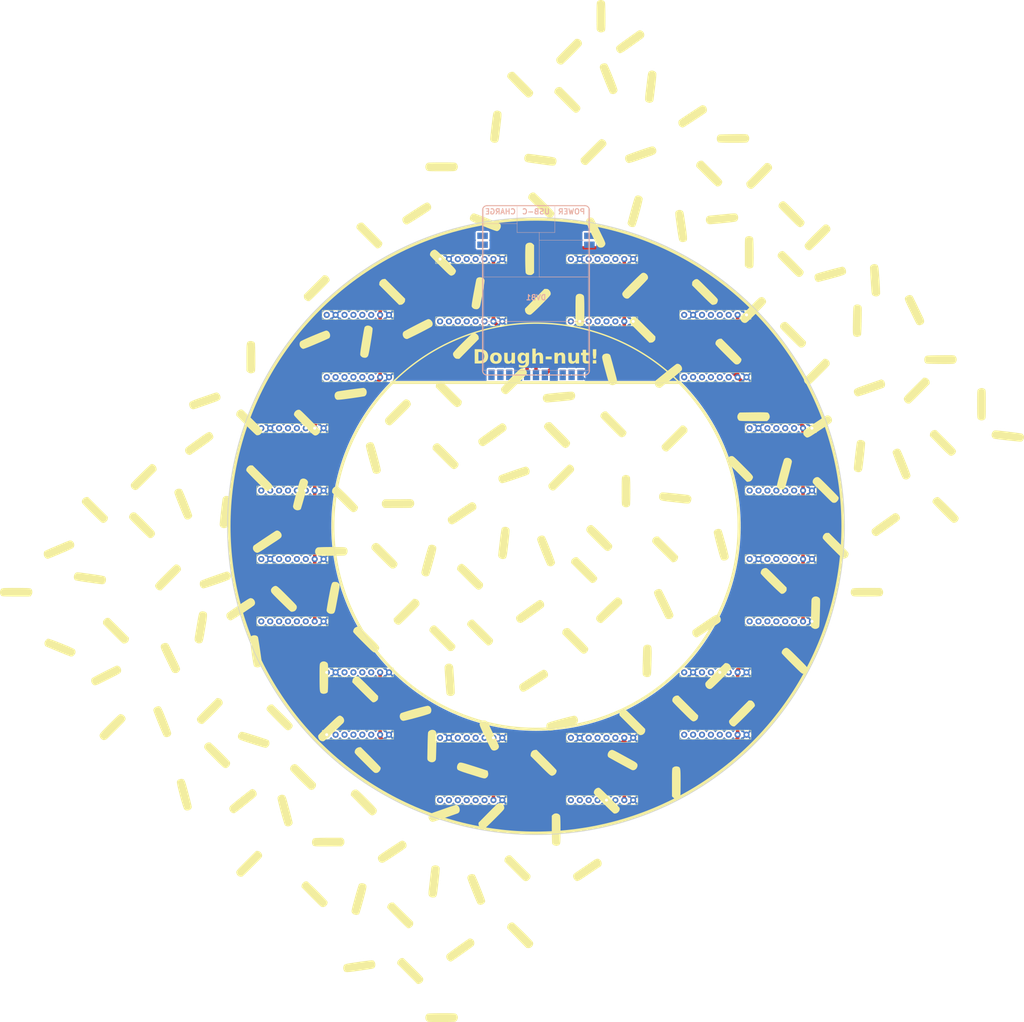
<source format=kicad_pcb>
(kicad_pcb (version 20241229) (generator "pcbnew") (generator_version "9.0")
  (layers (0 "F.Cu" signal) (4 "In1.Cu" signal) (6 "In2.Cu" signal) (2 "B.Cu" signal) (13 "F.Paste" user) (15 "B.Paste" user) (5 "F.SilkS" user "F.Silkscreen") (7 "B.SilkS" user "B.Silkscreen") (1 "F.Mask" user) (3 "B.Mask" user) (25 "Edge.Cuts" user))
  (net 0 "")
  (net 1 "CLK")
  (net 2 "+3V3-1")
  (net 3 "+3V3-2")
  (net 4 "VBUS")
  (net 6 "GND")
  (net 9 "+3V3-3")
  (footprint "MiniBadge:MiniBadge_Slot_Basic" (layer "F.Cu") (at 29.575408 80.01)
    (property "Reference" "MB10" (hide yes))
    (property "Value" "MiniBadge_Simple")
    (pad "1" thru_hole circle (at 1.27 1.27) (size 1.75 1.75) (drill 0.85) (layers "*.Cu" "*.Mask") (net 4 "VBUS"))
    (pad "2" thru_hole circle (at 3.81 1.27) (size 1.75 1.75) (drill 0.85) (layers "*.Cu" "*.Mask") (net 6 "GND"))
    (pad "3" thru_hole circle (at 6.35 1.27) (size 1.75 1.75) (drill 0.85) (layers "*.Cu" "*.Mask"))
    (pad "4" thru_hole circle (at 8.89 1.27) (size 1.75 1.75) (drill 0.85) (layers "*.Cu" "*.Mask"))
    (pad "5" thru_hole circle (at 11.43 1.27) (size 1.75 1.75) (drill 0.85) (layers "*.Cu" "*.Mask"))
    (pad "6" thru_hole circle (at 13.97 1.27) (size 1.75 1.75) (drill 0.85) (layers "*.Cu" "*.Mask"))
    (pad "7" thru_hole circle (at 16.51 1.27) (size 1.75 1.75) (drill 0.85) (layers "*.Cu" "*.Mask") (net 9 "+3V3-3"))
    (pad "8" thru_hole circle (at 19.05 1.27) (size 1.75 1.75) (drill 0.85) (layers "*.Cu" "*.Mask") (net 6 "GND"))
    (pad "9" thru_hole circle (at 1.27 19.05) (size 1.75 1.75) (drill 0.85) (layers "*.Cu" "*.Mask") (net 1 "CLK"))
    (pad "10" thru_hole circle (at 3.81 19.05) (size 1.75 1.75) (drill 0.85) (layers "*.Cu" "*.Mask"))
    (pad "11" thru_hole circle (at 6.35 19.05) (size 1.75 1.75) (drill 0.85) (layers "*.Cu" "*.Mask"))
    (pad "12" thru_hole circle (at 8.89 19.05) (size 1.75 1.75) (drill 0.85) (layers "*.Cu" "*.Mask"))
    (pad "13" thru_hole circle (at 11.43 19.05) (size 1.75 1.75) (drill 0.85) (layers "*.Cu" "*.Mask"))
    (pad "14" thru_hole circle (at 13.97 19.05) (size 1.75 1.75) (drill 0.85) (layers "*.Cu" "*.Mask"))
    (pad "15" thru_hole circle (at 16.51 19.05) (size 1.75 1.75) (drill 0.85) (layers "*.Cu" "*.Mask") (net 9 "+3V3-3"))
    (pad "16" thru_hole circle (at 19.05 19.05) (size 1.75 1.75) (drill 0.85) (layers "*.Cu" "*.Mask") (net 6 "GND"))
  )
  (footprint "MiniBadge:MiniBadge_Slot_Basic" (layer "F.Cu") (at 48.242704 149.677296)
    (property "Reference" "MB8" (hide yes))
    (property "Value" "MiniBadge_Simple")
    (pad "1" thru_hole circle (at 1.27 1.27) (size 1.75 1.75) (drill 0.85) (layers "*.Cu" "*.Mask") (net 4 "VBUS"))
    (pad "2" thru_hole circle (at 3.81 1.27) (size 1.75 1.75) (drill 0.85) (layers "*.Cu" "*.Mask") (net 6 "GND"))
    (pad "3" thru_hole circle (at 6.35 1.27) (size 1.75 1.75) (drill 0.85) (layers "*.Cu" "*.Mask"))
    (pad "4" thru_hole circle (at 8.89 1.27) (size 1.75 1.75) (drill 0.85) (layers "*.Cu" "*.Mask"))
    (pad "5" thru_hole circle (at 11.43 1.27) (size 1.75 1.75) (drill 0.85) (layers "*.Cu" "*.Mask"))
    (pad "6" thru_hole circle (at 13.97 1.27) (size 1.75 1.75) (drill 0.85) (layers "*.Cu" "*.Mask"))
    (pad "7" thru_hole circle (at 16.51 1.27) (size 1.75 1.75) (drill 0.85) (layers "*.Cu" "*.Mask") (net 3 "+3V3-2"))
    (pad "8" thru_hole circle (at 19.05 1.27) (size 1.75 1.75) (drill 0.85) (layers "*.Cu" "*.Mask") (net 6 "GND"))
    (pad "9" thru_hole circle (at 1.27 19.05) (size 1.75 1.75) (drill 0.85) (layers "*.Cu" "*.Mask") (net 1 "CLK"))
    (pad "10" thru_hole circle (at 3.81 19.05) (size 1.75 1.75) (drill 0.85) (layers "*.Cu" "*.Mask"))
    (pad "11" thru_hole circle (at 6.35 19.05) (size 1.75 1.75) (drill 0.85) (layers "*.Cu" "*.Mask"))
    (pad "12" thru_hole circle (at 8.89 19.05) (size 1.75 1.75) (drill 0.85) (layers "*.Cu" "*.Mask"))
    (pad "13" thru_hole circle (at 11.43 19.05) (size 1.75 1.75) (drill 0.85) (layers "*.Cu" "*.Mask"))
    (pad "14" thru_hole circle (at 13.97 19.05) (size 1.75 1.75) (drill 0.85) (layers "*.Cu" "*.Mask"))
    (pad "15" thru_hole circle (at 16.51 19.05) (size 1.75 1.75) (drill 0.85) (layers "*.Cu" "*.Mask") (net 3 "+3V3-2"))
    (pad "16" thru_hole circle (at 19.05 19.05) (size 1.75 1.75) (drill 0.85) (layers "*.Cu" "*.Mask") (net 6 "GND"))
  )
  (footprint "MiniBadge:MiniBadge_Slot_Basic" (layer "F.Cu") (at 29.575408 117.344592)
    (property "Reference" "MB9" (hide yes))
    (property "Value" "MiniBadge_Simple")
    (pad "1" thru_hole circle (at 1.27 1.27) (size 1.75 1.75) (drill 0.85) (layers "*.Cu" "*.Mask") (net 4 "VBUS"))
    (pad "2" thru_hole circle (at 3.81 1.27) (size 1.75 1.75) (drill 0.85) (layers "*.Cu" "*.Mask") (net 6 "GND"))
    (pad "3" thru_hole circle (at 6.35 1.27) (size 1.75 1.75) (drill 0.85) (layers "*.Cu" "*.Mask"))
    (pad "4" thru_hole circle (at 8.89 1.27) (size 1.75 1.75) (drill 0.85) (layers "*.Cu" "*.Mask"))
    (pad "5" thru_hole circle (at 11.43 1.27) (size 1.75 1.75) (drill 0.85) (layers "*.Cu" "*.Mask"))
    (pad "6" thru_hole circle (at 13.97 1.27) (size 1.75 1.75) (drill 0.85) (layers "*.Cu" "*.Mask"))
    (pad "7" thru_hole circle (at 16.51 1.27) (size 1.75 1.75) (drill 0.85) (layers "*.Cu" "*.Mask") (net 9 "+3V3-3"))
    (pad "8" thru_hole circle (at 19.05 1.27) (size 1.75 1.75) (drill 0.85) (layers "*.Cu" "*.Mask") (net 6 "GND"))
    (pad "9" thru_hole circle (at 1.27 19.05) (size 1.75 1.75) (drill 0.85) (layers "*.Cu" "*.Mask") (net 1 "CLK"))
    (pad "10" thru_hole circle (at 3.81 19.05) (size 1.75 1.75) (drill 0.85) (layers "*.Cu" "*.Mask"))
    (pad "11" thru_hole circle (at 6.35 19.05) (size 1.75 1.75) (drill 0.85) (layers "*.Cu" "*.Mask"))
    (pad "12" thru_hole circle (at 8.89 19.05) (size 1.75 1.75) (drill 0.85) (layers "*.Cu" "*.Mask"))
    (pad "13" thru_hole circle (at 11.43 19.05) (size 1.75 1.75) (drill 0.85) (layers "*.Cu" "*.Mask"))
    (pad "14" thru_hole circle (at 13.97 19.05) (size 1.75 1.75) (drill 0.85) (layers "*.Cu" "*.Mask"))
    (pad "15" thru_hole circle (at 16.51 19.05) (size 1.75 1.75) (drill 0.85) (layers "*.Cu" "*.Mask") (net 9 "+3V3-3"))
    (pad "16" thru_hole circle (at 19.05 19.05) (size 1.75 1.75) (drill 0.85) (layers "*.Cu" "*.Mask") (net 6 "GND"))
  )
  (footprint "MiniBadge:MiniBadge_Slot_Basic" (layer "F.Cu") (at 150.242704 149.677296)
    (property "Reference" "MB5" (hide yes))
    (property "Value" "MiniBadge_Simple")
    (pad "1" thru_hole circle (at 1.27 1.27) (size 1.75 1.75) (drill 0.85) (layers "*.Cu" "*.Mask") (net 4 "VBUS"))
    (pad "2" thru_hole circle (at 3.81 1.27) (size 1.75 1.75) (drill 0.85) (layers "*.Cu" "*.Mask") (net 6 "GND"))
    (pad "3" thru_hole circle (at 6.35 1.27) (size 1.75 1.75) (drill 0.85) (layers "*.Cu" "*.Mask"))
    (pad "4" thru_hole circle (at 8.89 1.27) (size 1.75 1.75) (drill 0.85) (layers "*.Cu" "*.Mask"))
    (pad "5" thru_hole circle (at 11.43 1.27) (size 1.75 1.75) (drill 0.85) (layers "*.Cu" "*.Mask"))
    (pad "6" thru_hole circle (at 13.97 1.27) (size 1.75 1.75) (drill 0.85) (layers "*.Cu" "*.Mask"))
    (pad "7" thru_hole circle (at 16.51 1.27) (size 1.75 1.75) (drill 0.85) (layers "*.Cu" "*.Mask") (net 3 "+3V3-2"))
    (pad "8" thru_hole circle (at 19.05 1.27) (size 1.75 1.75) (drill 0.85) (layers "*.Cu" "*.Mask") (net 6 "GND"))
    (pad "9" thru_hole circle (at 1.27 19.05) (size 1.75 1.75) (drill 0.85) (layers "*.Cu" "*.Mask") (net 1 "CLK"))
    (pad "10" thru_hole circle (at 3.81 19.05) (size 1.75 1.75) (drill 0.85) (layers "*.Cu" "*.Mask"))
    (pad "11" thru_hole circle (at 6.35 19.05) (size 1.75 1.75) (drill 0.85) (layers "*.Cu" "*.Mask"))
    (pad "12" thru_hole circle (at 8.89 19.05) (size 1.75 1.75) (drill 0.85) (layers "*.Cu" "*.Mask"))
    (pad "13" thru_hole circle (at 11.43 19.05) (size 1.75 1.75) (drill 0.85) (layers "*.Cu" "*.Mask"))
    (pad "14" thru_hole circle (at 13.97 19.05) (size 1.75 1.75) (drill 0.85) (layers "*.Cu" "*.Mask"))
    (pad "15" thru_hole circle (at 16.51 19.05) (size 1.75 1.75) (drill 0.85) (layers "*.Cu" "*.Mask") (net 3 "+3V3-2"))
    (pad "16" thru_hole circle (at 19.05 19.05) (size 1.75 1.75) (drill 0.85) (layers "*.Cu" "*.Mask") (net 6 "GND"))
  )
  (footprint "MiniBadge:MiniBadge_Slot_Basic" (layer "F.Cu") (at 80.575408 168.344592)
    (property "Reference" "MB7" (hide yes))
    (property "Value" "MiniBadge_Simple")
    (pad "1" thru_hole circle (at 1.27 1.27) (size 1.75 1.75) (drill 0.85) (layers "*.Cu" "*.Mask") (net 4 "VBUS"))
    (pad "2" thru_hole circle (at 3.81 1.27) (size 1.75 1.75) (drill 0.85) (layers "*.Cu" "*.Mask") (net 6 "GND"))
    (pad "3" thru_hole circle (at 6.35 1.27) (size 1.75 1.75) (drill 0.85) (layers "*.Cu" "*.Mask"))
    (pad "4" thru_hole circle (at 8.89 1.27) (size 1.75 1.75) (drill 0.85) (layers "*.Cu" "*.Mask"))
    (pad "5" thru_hole circle (at 11.43 1.27) (size 1.75 1.75) (drill 0.85) (layers "*.Cu" "*.Mask"))
    (pad "6" thru_hole circle (at 13.97 1.27) (size 1.75 1.75) (drill 0.85) (layers "*.Cu" "*.Mask"))
    (pad "7" thru_hole circle (at 16.51 1.27) (size 1.75 1.75) (drill 0.85) (layers "*.Cu" "*.Mask") (net 3 "+3V3-2"))
    (pad "8" thru_hole circle (at 19.05 1.27) (size 1.75 1.75) (drill 0.85) (layers "*.Cu" "*.Mask") (net 6 "GND"))
    (pad "9" thru_hole circle (at 1.27 19.05) (size 1.75 1.75) (drill 0.85) (layers "*.Cu" "*.Mask") (net 1 "CLK"))
    (pad "10" thru_hole circle (at 3.81 19.05) (size 1.75 1.75) (drill 0.85) (layers "*.Cu" "*.Mask"))
    (pad "11" thru_hole circle (at 6.35 19.05) (size 1.75 1.75) (drill 0.85) (layers "*.Cu" "*.Mask"))
    (pad "12" thru_hole circle (at 8.89 19.05) (size 1.75 1.75) (drill 0.85) (layers "*.Cu" "*.Mask"))
    (pad "13" thru_hole circle (at 11.43 19.05) (size 1.75 1.75) (drill 0.85) (layers "*.Cu" "*.Mask"))
    (pad "14" thru_hole circle (at 13.97 19.05) (size 1.75 1.75) (drill 0.85) (layers "*.Cu" "*.Mask"))
    (pad "15" thru_hole circle (at 16.51 19.05) (size 1.75 1.75) (drill 0.85) (layers "*.Cu" "*.Mask") (net 3 "+3V3-2"))
    (pad "16" thru_hole circle (at 19.05 19.05) (size 1.75 1.75) (drill 0.85) (layers "*.Cu" "*.Mask") (net 6 "GND"))
  )
  (footprint "MiniBadge:MiniBadge_Slot_Basic" (layer "F.Cu") (at 80.575408 31.75)
    (property "Reference" "MB12" (hide yes))
    (property "Value" "MiniBadge_Simple")
    (pad "1" thru_hole circle (at 1.27 1.27) (size 1.75 1.75) (drill 0.85) (layers "*.Cu" "*.Mask") (net 4 "VBUS"))
    (pad "2" thru_hole circle (at 3.81 1.27) (size 1.75 1.75) (drill 0.85) (layers "*.Cu" "*.Mask") (net 6 "GND"))
    (pad "3" thru_hole circle (at 6.35 1.27) (size 1.75 1.75) (drill 0.85) (layers "*.Cu" "*.Mask"))
    (pad "4" thru_hole circle (at 8.89 1.27) (size 1.75 1.75) (drill 0.85) (layers "*.Cu" "*.Mask"))
    (pad "5" thru_hole circle (at 11.43 1.27) (size 1.75 1.75) (drill 0.85) (layers "*.Cu" "*.Mask"))
    (pad "6" thru_hole circle (at 13.97 1.27) (size 1.75 1.75) (drill 0.85) (layers "*.Cu" "*.Mask"))
    (pad "7" thru_hole circle (at 16.51 1.27) (size 1.75 1.75) (drill 0.85) (layers "*.Cu" "*.Mask") (net 9 "+3V3-3"))
    (pad "8" thru_hole circle (at 19.05 1.27) (size 1.75 1.75) (drill 0.85) (layers "*.Cu" "*.Mask") (net 6 "GND"))
    (pad "9" thru_hole circle (at 1.27 19.05) (size 1.75 1.75) (drill 0.85) (layers "*.Cu" "*.Mask") (net 1 "CLK"))
    (pad "10" thru_hole circle (at 3.81 19.05) (size 1.75 1.75) (drill 0.85) (layers "*.Cu" "*.Mask"))
    (pad "11" thru_hole circle (at 6.35 19.05) (size 1.75 1.75) (drill 0.85) (layers "*.Cu" "*.Mask"))
    (pad "12" thru_hole circle (at 8.89 19.05) (size 1.75 1.75) (drill 0.85) (layers "*.Cu" "*.Mask"))
    (pad "13" thru_hole circle (at 11.43 19.05) (size 1.75 1.75) (drill 0.85) (layers "*.Cu" "*.Mask"))
    (pad "14" thru_hole circle (at 13.97 19.05) (size 1.75 1.75) (drill 0.85) (layers "*.Cu" "*.Mask"))
    (pad "15" thru_hole circle (at 16.51 19.05) (size 1.75 1.75) (drill 0.85) (layers "*.Cu" "*.Mask") (net 9 "+3V3-3"))
    (pad "16" thru_hole circle (at 19.05 19.05) (size 1.75 1.75) (drill 0.85) (layers "*.Cu" "*.Mask") (net 6 "GND"))
  )
  (footprint "LOGO" (layer "F.Cu") (at 101.791585 107.33563 45)
    (property "Reference" "G***" (hide yes))
    (property "Value" "LOGO" (hide yes))
  )
  (footprint "MiniBadge:MiniBadge_Slot_Basic" (layer "F.Cu") (at 168.91 117.344592)
    (property "Reference" "MB4" (hide yes))
    (property "Value" "MiniBadge_Simple")
    (pad "1" thru_hole circle (at 1.27 1.27) (size 1.75 1.75) (drill 0.85) (layers "*.Cu" "*.Mask") (net 4 "VBUS"))
    (pad "2" thru_hole circle (at 3.81 1.27) (size 1.75 1.75) (drill 0.85) (layers "*.Cu" "*.Mask") (net 6 "GND"))
    (pad "3" thru_hole circle (at 6.35 1.27) (size 1.75 1.75) (drill 0.85) (layers "*.Cu" "*.Mask"))
    (pad "4" thru_hole circle (at 8.89 1.27) (size 1.75 1.75) (drill 0.85) (layers "*.Cu" "*.Mask"))
    (pad "5" thru_hole circle (at 11.43 1.27) (size 1.75 1.75) (drill 0.85) (layers "*.Cu" "*.Mask"))
    (pad "6" thru_hole circle (at 13.97 1.27) (size 1.75 1.75) (drill 0.85) (layers "*.Cu" "*.Mask"))
    (pad "7" thru_hole circle (at 16.51 1.27) (size 1.75 1.75) (drill 0.85) (layers "*.Cu" "*.Mask") (net 2 "+3V3-1"))
    (pad "8" thru_hole circle (at 19.05 1.27) (size 1.75 1.75) (drill 0.85) (layers "*.Cu" "*.Mask") (net 6 "GND"))
    (pad "9" thru_hole circle (at 1.27 19.05) (size 1.75 1.75) (drill 0.85) (layers "*.Cu" "*.Mask") (net 1 "CLK"))
    (pad "10" thru_hole circle (at 3.81 19.05) (size 1.75 1.75) (drill 0.85) (layers "*.Cu" "*.Mask"))
    (pad "11" thru_hole circle (at 6.35 19.05) (size 1.75 1.75) (drill 0.85) (layers "*.Cu" "*.Mask"))
    (pad "12" thru_hole circle (at 8.89 19.05) (size 1.75 1.75) (drill 0.85) (layers "*.Cu" "*.Mask"))
    (pad "13" thru_hole circle (at 11.43 19.05) (size 1.75 1.75) (drill 0.85) (layers "*.Cu" "*.Mask"))
    (pad "14" thru_hole circle (at 13.97 19.05) (size 1.75 1.75) (drill 0.85) (layers "*.Cu" "*.Mask"))
    (pad "15" thru_hole circle (at 16.51 19.05) (size 1.75 1.75) (drill 0.85) (layers "*.Cu" "*.Mask") (net 2 "+3V3-1"))
    (pad "16" thru_hole circle (at 19.05 19.05) (size 1.75 1.75) (drill 0.85) (layers "*.Cu" "*.Mask") (net 6 "GND"))
  )
  (footprint "MiniBadge:MiniBadge_Slot_Basic" (layer "F.Cu") (at 117.91 31.75)
    (property "Reference" "MB1" (hide yes))
    (property "Value" "MiniBadge_Simple")
    (pad "1" thru_hole circle (at 1.27 1.27) (size 1.75 1.75) (drill 0.85) (layers "*.Cu" "*.Mask") (net 4 "VBUS"))
    (pad "2" thru_hole circle (at 3.81 1.27) (size 1.75 1.75) (drill 0.85) (layers "*.Cu" "*.Mask") (net 6 "GND"))
    (pad "3" thru_hole circle (at 6.35 1.27) (size 1.75 1.75) (drill 0.85) (layers "*.Cu" "*.Mask"))
    (pad "4" thru_hole circle (at 8.89 1.27) (size 1.75 1.75) (drill 0.85) (layers "*.Cu" "*.Mask"))
    (pad "5" thru_hole circle (at 11.43 1.27) (size 1.75 1.75) (drill 0.85) (layers "*.Cu" "*.Mask"))
    (pad "6" thru_hole circle (at 13.97 1.27) (size 1.75 1.75) (drill 0.85) (layers "*.Cu" "*.Mask"))
    (pad "7" thru_hole circle (at 16.51 1.27) (size 1.75 1.75) (drill 0.85) (layers "*.Cu" "*.Mask") (net 2 "+3V3-1"))
    (pad "8" thru_hole circle (at 19.05 1.27) (size 1.75 1.75) (drill 0.85) (layers "*.Cu" "*.Mask") (net 6 "GND"))
    (pad "9" thru_hole circle (at 1.27 19.05) (size 1.75 1.75) (drill 0.85) (layers "*.Cu" "*.Mask") (net 1 "CLK"))
    (pad "10" thru_hole circle (at 3.81 19.05) (size 1.75 1.75) (drill 0.85) (layers "*.Cu" "*.Mask"))
    (pad "11" thru_hole circle (at 6.35 19.05) (size 1.75 1.75) (drill 0.85) (layers "*.Cu" "*.Mask"))
    (pad "12" thru_hole circle (at 8.89 19.05) (size 1.75 1.75) (drill 0.85) (layers "*.Cu" "*.Mask"))
    (pad "13" thru_hole circle (at 11.43 19.05) (size 1.75 1.75) (drill 0.85) (layers "*.Cu" "*.Mask"))
    (pad "14" thru_hole circle (at 13.97 19.05) (size 1.75 1.75) (drill 0.85) (layers "*.Cu" "*.Mask"))
    (pad "15" thru_hole circle (at 16.51 19.05) (size 1.75 1.75) (drill 0.85) (layers "*.Cu" "*.Mask") (net 2 "+3V3-1"))
    (pad "16" thru_hole circle (at 19.05 19.05) (size 1.75 1.75) (drill 0.85) (layers "*.Cu" "*.Mask") (net 6 "GND"))
  )
  (footprint "MiniBadge:MiniBadge_Slot_Basic" (layer "F.Cu") (at 48.242704 47.677296)
    (property "Reference" "MB11" (hide yes))
    (property "Value" "MiniBadge_Simple")
    (pad "1" thru_hole circle (at 1.27 1.27) (size 1.75 1.75) (drill 0.85) (layers "*.Cu" "*.Mask") (net 4 "VBUS"))
    (pad "2" thru_hole circle (at 3.81 1.27) (size 1.75 1.75) (drill 0.85) (layers "*.Cu" "*.Mask") (net 6 "GND"))
    (pad "3" thru_hole circle (at 6.35 1.27) (size 1.75 1.75) (drill 0.85) (layers "*.Cu" "*.Mask"))
    (pad "4" thru_hole circle (at 8.89 1.27) (size 1.75 1.75) (drill 0.85) (layers "*.Cu" "*.Mask"))
    (pad "5" thru_hole circle (at 11.43 1.27) (size 1.75 1.75) (drill 0.85) (layers "*.Cu" "*.Mask"))
    (pad "6" thru_hole circle (at 13.97 1.27) (size 1.75 1.75) (drill 0.85) (layers "*.Cu" "*.Mask"))
    (pad "7" thru_hole circle (at 16.51 1.27) (size 1.75 1.75) (drill 0.85) (layers "*.Cu" "*.Mask") (net 9 "+3V3-3"))
    (pad "8" thru_hole circle (at 19.05 1.27) (size 1.75 1.75) (drill 0.85) (layers "*.Cu" "*.Mask") (net 6 "GND"))
    (pad "9" thru_hole circle (at 1.27 19.05) (size 1.75 1.75) (drill 0.85) (layers "*.Cu" "*.Mask") (net 1 "CLK"))
    (pad "10" thru_hole circle (at 3.81 19.05) (size 1.75 1.75) (drill 0.85) (layers "*.Cu" "*.Mask"))
    (pad "11" thru_hole circle (at 6.35 19.05) (size 1.75 1.75) (drill 0.85) (layers "*.Cu" "*.Mask"))
    (pad "12" thru_hole circle (at 8.89 19.05) (size 1.75 1.75) (drill 0.85) (layers "*.Cu" "*.Mask"))
    (pad "13" thru_hole circle (at 11.43 19.05) (size 1.75 1.75) (drill 0.85) (layers "*.Cu" "*.Mask"))
    (pad "14" thru_hole circle (at 13.97 19.05) (size 1.75 1.75) (drill 0.85) (layers "*.Cu" "*.Mask"))
    (pad "15" thru_hole circle (at 16.51 19.05) (size 1.75 1.75) (drill 0.85) (layers "*.Cu" "*.Mask") (net 9 "+3V3-3"))
    (pad "16" thru_hole circle (at 19.05 19.05) (size 1.75 1.75) (drill 0.85) (layers "*.Cu" "*.Mask") (net 6 "GND"))
  )
  (footprint "MiniBadge:MiniBadge_Slot_Basic" (layer "F.Cu") (at 168.91 80.01)
    (property "Reference" "MB3" (hide yes))
    (property "Value" "MiniBadge_Simple")
    (pad "1" thru_hole circle (at 1.27 1.27) (size 1.75 1.75) (drill 0.85) (layers "*.Cu" "*.Mask") (net 4 "VBUS"))
    (pad "2" thru_hole circle (at 3.81 1.27) (size 1.75 1.75) (drill 0.85) (layers "*.Cu" "*.Mask") (net 6 "GND"))
    (pad "3" thru_hole circle (at 6.35 1.27) (size 1.75 1.75) (drill 0.85) (layers "*.Cu" "*.Mask"))
    (pad "4" thru_hole circle (at 8.89 1.27) (size 1.75 1.75) (drill 0.85) (layers "*.Cu" "*.Mask"))
    (pad "5" thru_hole circle (at 11.43 1.27) (size 1.75 1.75) (drill 0.85) (layers "*.Cu" "*.Mask"))
    (pad "6" thru_hole circle (at 13.97 1.27) (size 1.75 1.75) (drill 0.85) (layers "*.Cu" "*.Mask"))
    (pad "7" thru_hole circle (at 16.51 1.27) (size 1.75 1.75) (drill 0.85) (layers "*.Cu" "*.Mask") (net 2 "+3V3-1"))
    (pad "8" thru_hole circle (at 19.05 1.27) (size 1.75 1.75) (drill 0.85) (layers "*.Cu" "*.Mask") (net 6 "GND"))
    (pad "9" thru_hole circle (at 1.27 19.05) (size 1.75 1.75) (drill 0.85) (layers "*.Cu" "*.Mask") (net 1 "CLK"))
    (pad "10" thru_hole circle (at 3.81 19.05) (size 1.75 1.75) (drill 0.85) (layers "*.Cu" "*.Mask"))
    (pad "11" thru_hole circle (at 6.35 19.05) (size 1.75 1.75) (drill 0.85) (layers "*.Cu" "*.Mask"))
    (pad "12" thru_hole circle (at 8.89 19.05) (size 1.75 1.75) (drill 0.85) (layers "*.Cu" "*.Mask"))
    (pad "13" thru_hole circle (at 11.43 19.05) (size 1.75 1.75) (drill 0.85) (layers "*.Cu" "*.Mask"))
    (pad "14" thru_hole circle (at 13.97 19.05) (size 1.75 1.75) (drill 0.85) (layers "*.Cu" "*.Mask"))
    (pad "15" thru_hole circle (at 16.51 19.05) (size 1.75 1.75) (drill 0.85) (layers "*.Cu" "*.Mask") (net 2 "+3V3-1"))
    (pad "16" thru_hole circle (at 19.05 19.05) (size 1.75 1.75) (drill 0.85) (layers "*.Cu" "*.Mask") (net 6 "GND"))
  )
  (footprint "MiniBadge:MiniBadge_Slot_Basic" (layer "F.Cu") (at 150.242704 47.677296)
    (property "Reference" "MB2" (hide yes))
    (property "Value" "MiniBadge_Simple")
    (pad "1" thru_hole circle (at 1.27 1.27) (size 1.75 1.75) (drill 0.85) (layers "*.Cu" "*.Mask") (net 4 "VBUS"))
    (pad "2" thru_hole circle (at 3.81 1.27) (size 1.75 1.75) (drill 0.85) (layers "*.Cu" "*.Mask") (net 6 "GND"))
    (pad "3" thru_hole circle (at 6.35 1.27) (size 1.75 1.75) (drill 0.85) (layers "*.Cu" "*.Mask"))
    (pad "4" thru_hole circle (at 8.89 1.27) (size 1.75 1.75) (drill 0.85) (layers "*.Cu" "*.Mask"))
    (pad "5" thru_hole circle (at 11.43 1.27) (size 1.75 1.75) (drill 0.85) (layers "*.Cu" "*.Mask"))
    (pad "6" thru_hole circle (at 13.97 1.27) (size 1.75 1.75) (drill 0.85) (layers "*.Cu" "*.Mask"))
    (pad "7" thru_hole circle (at 16.51 1.27) (size 1.75 1.75) (drill 0.85) (layers "*.Cu" "*.Mask") (net 2 "+3V3-1"))
    (pad "8" thru_hole circle (at 19.05 1.27) (size 1.75 1.75) (drill 0.85) (layers "*.Cu" "*.Mask") (net 6 "GND"))
    (pad "9" thru_hole circle (at 1.27 19.05) (size 1.75 1.75) (drill 0.85) (layers "*.Cu" "*.Mask") (net 1 "CLK"))
    (pad "10" thru_hole circle (at 3.81 19.05) (size 1.75 1.75) (drill 0.85) (layers "*.Cu" "*.Mask"))
    (pad "11" thru_hole circle (at 6.35 19.05) (size 1.75 1.75) (drill 0.85) (layers "*.Cu" "*.Mask"))
    (pad "12" thru_hole circle (at 8.89 19.05) (size 1.75 1.75) (drill 0.85) (layers "*.Cu" "*.Mask"))
    (pad "13" thru_hole circle (at 11.43 19.05) (size 1.75 1.75) (drill 0.85) (layers "*.Cu" "*.Mask"))
    (pad "14" thru_hole circle (at 13.97 19.05) (size 1.75 1.75) (drill 0.85) (layers "*.Cu" "*.Mask"))
    (pad "15" thru_hole circle (at 16.51 19.05) (size 1.75 1.75) (drill 0.85) (layers "*.Cu" "*.Mask") (net 2 "+3V3-1"))
    (pad "16" thru_hole circle (at 19.05 19.05) (size 1.75 1.75) (drill 0.85) (layers "*.Cu" "*.Mask") (net 6 "GND"))
  )
  (footprint "MiniBadge:MiniBadge_Slot_Basic" (layer "F.Cu") (at 117.91 168.344592)
    (property "Reference" "MB6" (hide yes))
    (property "Value" "MiniBadge_Simple")
    (pad "1" thru_hole circle (at 1.27 1.27) (size 1.75 1.75) (drill 0.85) (layers "*.Cu" "*.Mask") (net 4 "VBUS"))
    (pad "2" thru_hole circle (at 3.81 1.27) (size 1.75 1.75) (drill 0.85) (layers "*.Cu" "*.Mask") (net 6 "GND"))
    (pad "3" thru_hole circle (at 6.35 1.27) (size 1.75 1.75) (drill 0.85) (layers "*.Cu" "*.Mask"))
    (pad "4" thru_hole circle (at 8.89 1.27) (size 1.75 1.75) (drill 0.85) (layers "*.Cu" "*.Mask"))
    (pad "5" thru_hole circle (at 11.43 1.27) (size 1.75 1.75) (drill 0.85) (layers "*.Cu" "*.Mask"))
    (pad "6" thru_hole circle (at 13.97 1.27) (size 1.75 1.75) (drill 0.85) (layers "*.Cu" "*.Mask"))
    (pad "7" thru_hole circle (at 16.51 1.27) (size 1.75 1.75) (drill 0.85) (layers "*.Cu" "*.Mask") (net 3 "+3V3-2"))
    (pad "8" thru_hole circle (at 19.05 1.27) (size 1.75 1.75) (drill 0.85) (layers "*.Cu" "*.Mask") (net 6 "GND"))
    (pad "9" thru_hole circle (at 1.27 19.05) (size 1.75 1.75) (drill 0.85) (layers "*.Cu" "*.Mask") (net 1 "CLK"))
    (pad "10" thru_hole circle (at 3.81 19.05) (size 1.75 1.75) (drill 0.85) (layers "*.Cu" "*.Mask"))
    (pad "11" thru_hole circle (at 6.35 19.05) (size 1.75 1.75) (drill 0.85) (layers "*.Cu" "*.Mask"))
    (pad "12" thru_hole circle (at 8.89 19.05) (size 1.75 1.75) (drill 0.85) (layers "*.Cu" "*.Mask"))
    (pad "13" thru_hole circle (at 11.43 19.05) (size 1.75 1.75) (drill 0.85) (layers "*.Cu" "*.Mask"))
    (pad "14" thru_hole circle (at 13.97 19.05) (size 1.75 1.75) (drill 0.85) (layers "*.Cu" "*.Mask"))
    (pad "15" thru_hole circle (at 16.51 19.05) (size 1.75 1.75) (drill 0.85) (layers "*.Cu" "*.Mask") (net 3 "+3V3-2"))
    (pad "16" thru_hole circle (at 19.05 19.05) (size 1.75 1.75) (drill 0.85) (layers "*.Cu" "*.Mask") (net 6 "GND"))
  )
  (footprint "Minibadge Devboard:Minibadge Devboard" (layer "B.Cu") (at 109.22 44.48175 180)
    (property "Reference" "DVB1" (at 0 0.5 0) (layer "B.SilkS") (effects (font (size 1.5 1.5) (thickness 0.3)) (justify mirror)))
    (property "Value" "~")
    (fp_text user "POWER" (at -10.16 24.13 0) (layer "B.SilkS") (effects (font (size 1.5 1.5) (thickness 0.3) (bold yes)) (justify bottom mirror)))
    (fp_text user "CHARGE" (at 10.16 24.13 0) (layer "B.SilkS") (effects (font (size 1.5 1.5) (thickness 0.3) (bold yes)) (justify bottom mirror)))
    (fp_text user "USB-C" (at 0 24.13 0) (layer "B.SilkS") (effects (font (size 1.5 1.5) (thickness 0.3) (bold yes)) (justify bottom mirror)))
    (pad "1" smd rect (at -12.7 -21.59) (size 1.8 3) (property pad_prop_testpoint) (layers "B.Cu" "B.Mask") (net 6 "GND"))
    (pad "2" smd rect (at -10.16 -21.55825) (size 1.8 3) (property pad_prop_testpoint) (layers "B.Cu" "B.Mask") (net 1 "CLK"))
    (pad "3" smd rect (at -7.62 -21.59) (size 1.8 3) (property pad_prop_testpoint) (layers "B.Cu" "B.Mask") (net 4 "VBUS"))
    (pad "4" smd rect (at -2.54 -21.59) (size 1.8 3) (property pad_prop_testpoint) (layers "B.Cu" "B.Mask") (net 2 "+3V3-1"))
    (pad "5" smd rect (at 0 -21.59) (size 1.8 3) (property pad_prop_testpoint) (layers "B.Cu" "B.Mask") (net 3 "+3V3-2"))
    (pad "6" smd rect (at 2.54 -21.59) (size 1.8 3) (property pad_prop_testpoint) (layers "B.Cu" "B.Mask") (net 9 "+3V3-3"))
    (pad "7" smd rect (at 7.62 -21.55825) (size 1.8 3) (property pad_prop_testpoint) (layers "B.Cu" "B.Mask"))
    (pad "8" smd rect (at 10.16 -21.55825) (size 1.8 3) (property pad_prop_testpoint) (layers "B.Cu" "B.Mask"))
    (pad "9" smd rect (at 12.7 -21.55825) (size 1.8 3) (property pad_prop_testpoint) (layers "B.Cu" "B.Mask"))
    (pad "10" smd rect (at -15.24 18.0975 90) (size 1.8 3) (property pad_prop_testpoint) (layers "B.Cu" "B.Mask"))
    (pad "11" smd rect (at -15.24 15.5575 90) (size 1.8 3) (property pad_prop_testpoint) (layers "B.Cu" "B.Mask"))
    (pad "12" smd rect (at 15.24 18.0975 90) (size 1.8 3) (property pad_prop_testpoint) (layers "B.Cu" "B.Mask"))
    (pad "13" smd rect (at 15.24 15.5575 90) (size 1.8 3) (property pad_prop_testpoint) (layers "B.Cu" "B.Mask"))
  )
  (gr_line (start 150.17627 68.263731) (end 68.263732 68.263731) (stroke (width 0.8)) (layer "F.SilkS"))
  (gr_circle (center 109.22 109.22) (end 170.562704 46.754848) (stroke (width 0.8)) (fill no) (layer "F.SilkS"))
  (gr_arc (start 150.17627 68.26373) (mid 109.22 167.140912) (end 68.26373 68.26373) (stroke (width 0.8)) (layer "F.SilkS"))
  (gr_arc (start 68.26373 68.26373) (mid 109.22 51.299088) (end 150.17627 68.26373) (stroke (width 0.4)) (layer "F.SilkS"))
  (gr_circle (center 109.22 109.22) (end 170.18 45.72) (stroke (width 0.2)) (fill no) (layer "Edge.Cuts"))
  (gr_arc (start 150.17627 68.263731) (mid 109.219998 167.140911) (end 68.26373 68.26373) (stroke (width 0.05)) (layer "Edge.Cuts"))
  (gr_line (start 150.17627 68.263731) (end 68.263732 68.263731) (stroke (width 0.05)) (layer "Edge.Cuts"))
  (gr_text "Dough-nut!" (at 109.22 63.5 0) (layer "F.SilkS") (effects (font (size 4 4) (thickness 0.1)) (justify bottom)))
  (via (at 119.38 66.04) (size 0.6) (drill 0.3) (layers "F.Cu" "B.Cu") (net 1))
  (segment (start 134.42 55.68) (end 142.24 63.5) (width 1) (layer "F.Cu") (net 2))
  (segment (start 142.24 63.5) (end 163.525408 63.5) (width 1) (layer "F.Cu") (net 2))
  (segment (start 185.42 99.06) (end 185.42 118.614592) (width 1) (layer "F.Cu") (net 2))
  (segment (start 134.42 50.8) (end 134.42 55.68) (width 1) (layer "F.Cu") (net 2))
  (segment (start 119.41175 58.42) (end 132.08 58.42) (width 1) (layer "F.Cu") (net 2))
  (segment (start 111.76 66.07175) (end 119.41175 58.42) (width 1) (layer "F.Cu") (net 2))
  (segment (start 185.42 118.614592) (end 185.42 136.394592) (width 1) (layer "F.Cu") (net 2))
  (segment (start 185.42 81.28) (end 185.42 99.06) (width 1) (layer "F.Cu") (net 2))
  (segment (start 134.42 50.8) (end 134.42 33.02) (width 1) (layer "F.Cu") (net 2))
  (segment (start 173.685408 73.66) (end 178.435 73.66) (width 1) (layer "F.Cu") (net 2))
  (segment (start 166.752704 66.727296) (end 173.685408 73.66) (width 1) (layer "F.Cu") (net 2))
  (segment (start 132.08 58.42) (end 134.42 56.08) (width 1) (layer "F.Cu") (net 2))
  (segment (start 163.525408 63.5) (end 166.752704 66.727296) (width 1) (layer "F.Cu") (net 2))
  (segment (start 134.42 56.08) (end 134.42 50.8) (width 1) (layer "F.Cu") (net 2))
  (segment (start 185.42 80.645) (end 185.42 81.28) (width 1) (layer "F.Cu") (net 2))
  (segment (start 166.752704 48.947296) (end 166.752704 66.727296) (width 1) (layer "F.Cu") (net 2))
  (segment (start 178.435 73.66) (end 185.42 80.645) (width 1) (layer "F.Cu") (net 2))
  (via (at 111.76 66.07175) (size 0.6) (drill 0.3) (layers "F.Cu" "B.Cu") (net 2))
  (segment (start 179.07 148.59) (end 168.375 148.59) (width 1) (layer "F.Cu") (net 3))
  (segment (start 134.42 170.38) (end 132.715 172.085) (width 1) (layer "F.Cu") (net 3))
  (segment (start 97.085408 170.110408) (end 97.085408 169.614592) (width 1) (layer "F.Cu") (net 3))
  (segment (start 166.752704 150.212296) (end 166.752704 150.947296) (width 1) (layer "F.Cu") (net 3))
  (segment (start 132.715 172.085) (end 99.06 172.085) (width 1) (layer "F.Cu") (net 3))
  (segment (start 97.085408 169.614592) (end 97.085408 187.394592) (width 1) (layer "F.Cu") (net 3))
  (segment (start 168.375 148.59) (end 166.752704 150.212296) (width 1) (layer "F.Cu") (net 3))
  (segment (start 166.752704 168.727296) (end 166.752704 169.797296) (width 1) (layer "F.Cu") (net 3))
  (segment (start 109.22 66.07175) (end 109.22 38.1) (width 1) (layer "F.Cu") (net 3))
  (segment (start 153.67 45.085) (end 167.659209 45.085) (width 1) (layer "F.Cu") (net 3))
  (segment (start 134.42 170.615) (end 134.42 169.614592) (width 1) (layer "F.Cu") (net 3))
  (segment (start 166.752704 150.947296) (end 166.752704 168.727296) (width 1) (layer "F.Cu") (net 3))
  (segment (start 95.25 172.085) (end 67.31 172.085) (width 1) (layer "F.Cu") (net 3))
  (segment (start 64.752704 169.527704) (end 64.752704 168.727296) (width 1) (layer "F.Cu") (net 3))
  (segment (start 64.752704 168.727296) (end 64.752704 150.947296) (width 1) (layer "F.Cu") (net 3))
  (segment (start 164.465 172.085) (end 135.89 172.085) (width 1) (layer "F.Cu") (net 3))
  (segment (start 138.43 29.845) (end 153.67 45.085) (width 1) (layer "F.Cu") (net 3))
  (segment (start 167.659209 45.085) (end 170.868704 48.294495) (width 1) (layer "F.Cu") (net 3))
  (segment (start 135.89 172.085) (end 134.42 170.615) (width 1) (layer "F.Cu") (net 3))
  (segment (start 134.42 169.614592) (end 134.42 170.38) (width 1) (layer "F.Cu") (net 3))
  (segment (start 109.22 38.1) (end 117.475 29.845) (width 1) (layer "F.Cu") (net 3))
  (segment (start 170.868704 48.294495) (end 170.868704 61.013704) (width 1) (layer "F.Cu") (net 3))
  (segment (start 134.42 169.614592) (end 134.42 187.394592) (width 1) (layer "F.Cu") (net 3))
  (segment (start 117.475 29.845) (end 138.43 29.845) (width 1) (layer "F.Cu") (net 3))
  (segment (start 97.085408 169.614592) (end 97.085408 170.249592) (width 1) (layer "F.Cu") (net 3))
  (segment (start 189.865 80.01) (end 189.865 137.795) (width 1) (layer "F.Cu") (net 3))
  (segment (start 170.868704 61.013704) (end 189.865 80.01) (width 1) (layer "F.Cu") (net 3))
  (segment (start 97.085408 170.249592) (end 95.25 172.085) (width 1) (layer "F.Cu") (net 3))
  (segment (start 189.865 137.795) (end 179.07 148.59) (width 1) (layer "F.Cu") (net 3))
  (segment (start 67.31 172.085) (end 64.752704 169.527704) (width 1) (layer "F.Cu") (net 3))
  (segment (start 166.752704 169.797296) (end 164.465 172.085) (width 1) (layer "F.Cu") (net 3))
  (segment (start 99.06 172.085) (end 97.085408 170.110408) (width 1) (layer "F.Cu") (net 3))
  (via (at 109.22 66.07175) (size 0.6) (drill 0.3) (layers "F.Cu" "B.Cu") (net 3))
  (via (at 116.84 66.07175) (size 0.6) (drill 0.3) (layers "F.Cu" "B.Cu") (net 4))
  (segment (start 46.085408 80.279592) (end 46.085408 81.28) (width 1) (layer "F.Cu") (net 9))
  (segment (start 97.085408 50.8) (end 97.085408 33.02) (width 1) (layer "F.Cu") (net 9))
  (segment (start 46.085408 118.614592) (end 46.085408 136.394592) (width 1) (layer "F.Cu") (net 9))
  (segment (start 46.085408 99.06) (end 46.085408 118.614592) (width 1) (layer "F.Cu") (net 9))
  (segment (start 106.68 66.07175) (end 106.68 60.394592) (width 1) (layer "F.Cu") (net 9))
  (segment (start 66.04 46.355) (end 64.77 47.625) (width 1) (layer "F.Cu") (net 9))
  (segment (start 64.752704 66.727296) (end 64.752704 67.327296) (width 1) (layer "F.Cu") (net 9))
  (segment (start 97.085408 50.8) (end 97.085408 49.460408) (width 1) (layer "F.Cu") (net 9))
  (segment (start 46.085408 81.28) (end 46.085408 99.06) (width 1) (layer "F.Cu") (net 9))
  (segment (start 64.752704 67.327296) (end 57.15 74.93) (width 1) (layer "F.Cu") (net 9))
  (segment (start 51.435 74.93) (end 46.085408 80.279592) (width 1) (layer "F.Cu") (net 9))
  (segment (start 64.77 47.625) (end 64.77 48.93) (width 1) (layer "F.Cu") (net 9))
  (segment (start 93.98 46.355) (end 66.04 46.355) (width 1) (layer "F.Cu") (net 9))
  (segment (start 106.68 60.394592) (end 97.085408 50.8) (width 1) (layer "F.Cu") (net 9))
  (segment (start 97.085408 49.460408) (end 93.98 46.355) (width 1) (layer "F.Cu") (net 9))
  (segment (start 64.752704 48.947296) (end 64.752704 66.727296) (width 1) (layer "F.Cu") (net 9))
  (segment (start 64.77 48.93) (end 64.752704 48.947296) (width 1) (layer "F.Cu") (net 9))
  (segment (start 57.15 74.93) (end 51.435 74.93) (width 1) (layer "F.Cu") (net 9))
  (via (at 106.68 66.07175) (size 0.6) (drill 0.3) (layers "F.Cu" "B.Cu") (net 9))
  (zone (net 6) (net_name "GND") (layer "B.Cu") (connect_pads (clearance 0.5)) (min_thickness 0.25) (fill yes (thermal_gap 0.5) (thermal_bridge_width 0.5))
    (polygon (pts (xy 20.32 20.32) (xy 198.12 20.32) (xy 198.12 198.12) (xy 20.32 198.12)))
  )
)
</source>
